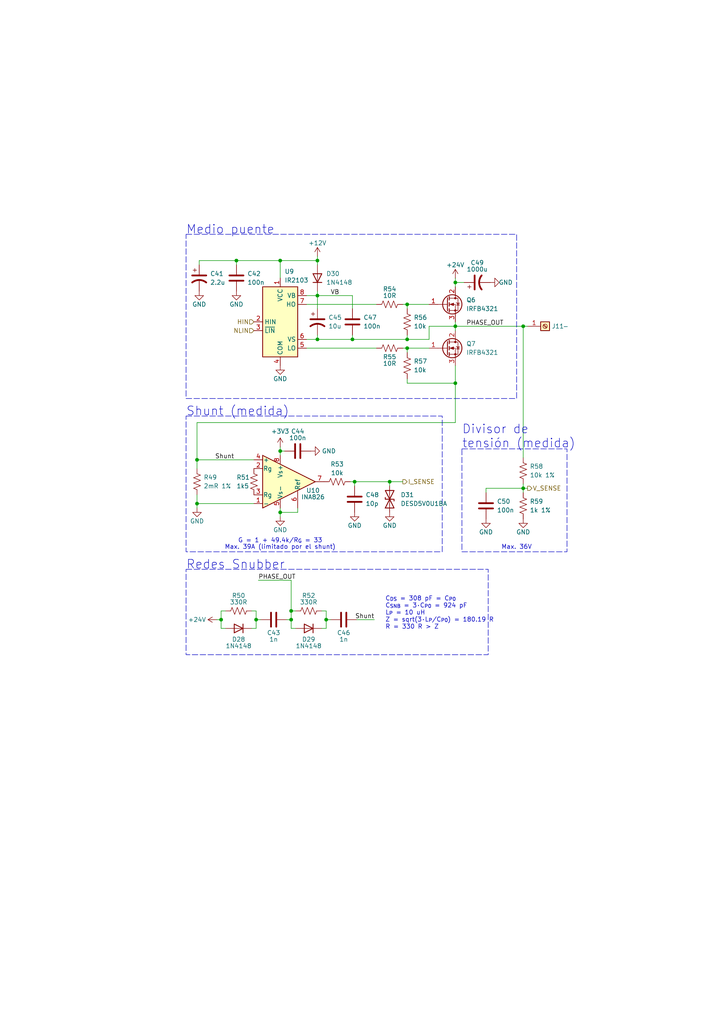
<source format=kicad_sch>
(kicad_sch (version 20250114) (generator "eeschema") (generator_version "9.0")
  (paper "A4" portrait)
  (title_block (title "Medio Puente") (date "2025-05-18") (rev "v1.0") (company "Adrián Teixeira de Uña") (comment 1 "https://github.com/AdriTeixeHax"))
  (lib_symbols
    (symbol "Amplifier_Instrumentation:INA849D" (pin_names (offset 0.127))
      (property "Reference" "U12" (at 9.525 -2.54 0))
      (property "Value" "INA826" (at 9.525 -4.445 0))
      (symbol "INA849D_0_1"
        (polyline (pts (xy -5.08 7.62) (xy -5.08 -7.62) (xy 10.16 0) (xy -5.08 7.62)) (stroke (width 0.254)) (fill (type background)))
      )
      (symbol "INA849D_1_1"
        (pin input line (at -7.62 6.35 0) (length 2.54) (name "+") (number "4"))
        (pin passive line (at -7.62 3.81 0) (length 2.54) (name "Rg") (number "2"))
        (pin passive line (at -7.62 -3.81 0) (length 2.54) (name "Rg") (number "3"))
        (pin input line (at -7.62 -6.35 0) (length 2.54) (name "-") (number "1"))
        (pin power_in line (at 0 7.62 270) (length 2.54) (name "Vs+") (number "8"))
        (pin power_in line (at 0 -7.62 90) (length 2.54) (name "Vs-") (number "5"))
        (pin passive line (at 5.08 -7.62 90) (length 5.08) (name "Ref") (number "6"))
        (pin output line (at 12.7 0 180) (length 2.54) (name "~") (number "7"))
      )
    )
    (symbol "Connector:Screw_Terminal_01x01" (pin_names (offset 1.016) (hide yes))
      (property "Reference" "J" (at 0 2.54 0))
      (property "Value" "Screw_Terminal_01x01" (at 0 -2.54 0))
      (symbol "Screw_Terminal_01x01_1_1"
        (rectangle (start -1.27 1.27) (end 1.27 -1.27) (stroke (width 0.254)) (fill (type background)))
        (polyline (pts (xy -0.5334 0.3302) (xy 0.3302 -0.508)) (stroke (width 0.1524)))
        (polyline (pts (xy -0.3556 0.508) (xy 0.508 -0.3302)) (stroke (width 0.1524)))
        (circle (center 0 0) (radius 0.635) (stroke (width 0.1524)))
        (pin passive line (at -5.08 0 0) (length 3.81) (name "Pin_1") (number "1"))
      )
    )
    (symbol "Device:C" (pin_numbers (hide yes)) (pin_names (offset 0.254))
      (property "Reference" "C" (at 0.635 2.54 0))
      (property "Value" "C" (at 0.635 -2.54 0))
      (symbol "C_0_1"
        (polyline (pts (xy -2.032 0.762) (xy 2.032 0.762)) (stroke (width 0.508)))
        (polyline (pts (xy -2.032 -0.762) (xy 2.032 -0.762)) (stroke (width 0.508)))
      )
      (symbol "C_1_1"
        (pin passive line (at 0 3.81 270) (length 2.794) (name "~") (number "1"))
        (pin passive line (at 0 -3.81 90) (length 2.794) (name "~") (number "2"))
      )
    )
    (symbol "Device:C_Polarized_US" (pin_numbers (hide yes)) (pin_names (offset 0.254) (hide yes))
      (property "Reference" "C" (at 0.635 2.54 0))
      (property "Value" "C_Polarized_US" (at 0.635 -2.54 0))
      (symbol "C_Polarized_US_0_1"
        (polyline (pts (xy -2.032 0.762) (xy 2.032 0.762)) (stroke (width 0.508)))
        (polyline (pts (xy -1.778 2.286) (xy -0.762 2.286)))
        (polyline (pts (xy -1.27 1.778) (xy -1.27 2.794)))
        (arc (start -2.032 -1.27) (mid 0 -0.5572) (end 2.032 -1.27) (stroke (width 0.508)))
      )
      (symbol "C_Polarized_US_1_1"
        (pin passive line (at 0 3.81 270) (length 2.794) (name "~") (number "1"))
        (pin passive line (at 0 -3.81 90) (length 3.302) (name "~") (number "2"))
      )
    )
    (symbol "Device:D" (pin_numbers (hide yes)) (pin_names (offset 1.016) (hide yes))
      (property "Reference" "D" (at 0 2.54 0))
      (property "Value" "D" (at 0 -2.54 0))
      (symbol "D_0_1"
        (polyline (pts (xy -1.27 1.27) (xy -1.27 -1.27)) (stroke (width 0.254)))
        (polyline (pts (xy 1.27 1.27) (xy 1.27 -1.27) (xy -1.27 0) (xy 1.27 1.27)) (stroke (width 0.254)))
        (polyline (pts (xy 1.27 0) (xy -1.27 0)))
      )
      (symbol "D_1_1"
        (pin passive line (at -3.81 0 0) (length 2.54) (name "K") (number "1"))
        (pin passive line (at 3.81 0 180) (length 2.54) (name "A") (number "2"))
      )
    )
    (symbol "Device:D_TVS" (pin_numbers (hide yes)) (pin_names (offset 1.016) (hide yes))
      (property "Reference" "D" (at 0 2.54 0))
      (property "Value" "D_TVS" (at 0 -2.54 0))
      (symbol "D_TVS_0_1"
        (polyline (pts (xy -2.54 1.27) (xy -2.54 -1.27) (xy 2.54 1.27) (xy 2.54 -1.27) (xy -2.54 1.27)) (stroke (width 0.254)))
        (polyline (pts (xy 0.508 1.27) (xy 0 1.27) (xy 0 -1.27) (xy -0.508 -1.27)) (stroke (width 0.254)))
        (polyline (pts (xy 1.27 0) (xy -1.27 0)))
      )
      (symbol "D_TVS_1_1"
        (pin passive line (at -3.81 0 0) (length 2.54) (name "A1") (number "1"))
        (pin passive line (at 3.81 0 180) (length 2.54) (name "A2") (number "2"))
      )
    )
    (symbol "Device:Q_NMOS_GDS" (pin_names (offset 0) (hide yes))
      (property "Reference" "Q" (at 5.08 1.27 0))
      (property "Value" "Q_NMOS_GDS" (at 5.08 -1.27 0))
      (symbol "Q_NMOS_GDS_0_1"
        (polyline (pts (xy 0.254 1.905) (xy 0.254 -1.905)) (stroke (width 0.254)))
        (polyline (pts (xy 0.254 0) (xy -2.54 0)))
        (polyline (pts (xy 0.762 2.286) (xy 0.762 1.27)) (stroke (width 0.254)))
        (polyline (pts (xy 0.762 0.508) (xy 0.762 -0.508)) (stroke (width 0.254)))
        (polyline (pts (xy 0.762 -1.27) (xy 0.762 -2.286)) (stroke (width 0.254)))
        (polyline (pts (xy 0.762 -1.778) (xy 3.302 -1.778) (xy 3.302 1.778) (xy 0.762 1.778)))
        (polyline (pts (xy 1.016 0) (xy 2.032 0.381) (xy 2.032 -0.381) (xy 1.016 0)) (fill (type outline)))
        (circle (center 1.651 0) (radius 2.794) (stroke (width 0.254)))
        (polyline (pts (xy 2.54 2.54) (xy 2.54 1.778)))
        (circle (center 2.54 1.778) (radius 0.254) (fill (type outline)))
        (circle (center 2.54 -1.778) (radius 0.254) (fill (type outline)))
        (polyline (pts (xy 2.54 -2.54) (xy 2.54 0) (xy 0.762 0)))
        (polyline (pts (xy 2.794 0.508) (xy 2.921 0.381) (xy 3.683 0.381) (xy 3.81 0.254)))
        (polyline (pts (xy 3.302 0.381) (xy 2.921 -0.254) (xy 3.683 -0.254) (xy 3.302 0.381)))
      )
      (symbol "Q_NMOS_GDS_1_1"
        (pin input line (at -5.08 0 0) (length 2.54) (name "G") (number "1"))
        (pin passive line (at 2.54 5.08 270) (length 2.54) (name "D") (number "2"))
        (pin passive line (at 2.54 -5.08 90) (length 2.54) (name "S") (number "3"))
      )
    )
    (symbol "Device:R_US" (pin_numbers (hide yes)) (pin_names (offset 0))
      (property "Reference" "R" (at 2.54 0 90))
      (property "Value" "R_US" (at -2.54 0 90))
      (symbol "R_US_0_1"
        (polyline (pts (xy 0 2.286) (xy 0 2.54)))
        (polyline (pts (xy 0 2.286) (xy 1.016 1.905) (xy 0 1.524) (xy -1.016 1.143) (xy 0 0.762)))
        (polyline (pts (xy 0 0.762) (xy 1.016 0.381) (xy 0 0) (xy -1.016 -0.381) (xy 0 -0.762)))
        (polyline (pts (xy 0 -0.762) (xy 1.016 -1.143) (xy 0 -1.524) (xy -1.016 -1.905) (xy 0 -2.286)))
        (polyline (pts (xy 0 -2.286) (xy 0 -2.54)))
      )
      (symbol "R_US_1_1"
        (pin passive line (at 0 3.81 270) (length 1.27) (name "~") (number "1"))
        (pin passive line (at 0 -3.81 90) (length 1.27) (name "~") (number "2"))
      )
    )
    (symbol "Driver_FET:IR2103"
      (property "Reference" "U" (at 1.27 13.335 0))
      (property "Value" "IR2103" (at 1.27 11.43 0))
      (symbol "IR2103_0_1"
        (rectangle (start -5.08 -10.16) (end 5.08 10.16) (stroke (width 0.254)) (fill (type background)))
      )
      (symbol "IR2103_1_1"
        (pin input line (at -7.62 0 0) (length 2.54) (name "HIN") (number "2"))
        (pin input line (at -7.62 -2.54 0) (length 2.54) (name "~{LIN}") (number "3"))
        (pin power_in line (at 0 12.7 270) (length 2.54) (name "VCC") (number "1"))
        (pin power_in line (at 0 -12.7 90) (length 2.54) (name "COM") (number "4"))
        (pin passive line (at 7.62 7.62 180) (length 2.54) (name "VB") (number "8"))
        (pin output line (at 7.62 5.08 180) (length 2.54) (name "HO") (number "7"))
        (pin passive line (at 7.62 -5.08 180) (length 2.54) (name "VS") (number "6"))
        (pin output line (at 7.62 -7.62 180) (length 2.54) (name "LO") (number "5"))
      )
    )
    (symbol "power:+12V" (power) (pin_numbers (hide yes)) (pin_names (offset 0) (hide yes))
      (property "Value" "+12V" (at 0 3.556 0))
      (symbol "+12V_0_1"
        (polyline (pts (xy -0.762 1.27) (xy 0 2.54)))
        (polyline (pts (xy 0 2.54) (xy 0.762 1.27)))
        (polyline (pts (xy 0 0) (xy 0 2.54)))
      )
      (symbol "+12V_1_1"
        (pin power_in line (at 0 0 90) (length 0) (name "~") (number "1"))
      )
    )
    (symbol "power:+24V" (power) (pin_numbers (hide yes)) (pin_names (offset 0) (hide yes))
      (property "Value" "+24V" (at 0 3.556 0))
      (symbol "+24V_0_1"
        (polyline (pts (xy -0.762 1.27) (xy 0 2.54)))
        (polyline (pts (xy 0 2.54) (xy 0.762 1.27)))
        (polyline (pts (xy 0 0) (xy 0 2.54)))
      )
      (symbol "+24V_1_1"
        (pin power_in line (at 0 0 90) (length 0) (name "~") (number "1"))
      )
    )
    (symbol "power:+3V3" (power) (pin_numbers (hide yes)) (pin_names (offset 0) (hide yes))
      (property "Value" "+3V3" (at 0 3.556 0))
      (symbol "+3V3_0_1"
        (polyline (pts (xy -0.762 1.27) (xy 0 2.54)))
        (polyline (pts (xy 0 2.54) (xy 0.762 1.27)))
        (polyline (pts (xy 0 0) (xy 0 2.54)))
      )
      (symbol "+3V3_1_1"
        (pin power_in line (at 0 0 90) (length 0) (name "~") (number "1"))
      )
    )
    (symbol "power:GND" (power) (pin_names (offset 0))
      (property "Value" "GND" (at 0 -3.81 0))
      (symbol "GND_0_1"
        (polyline (pts (xy 0 0) (xy 0 -1.27) (xy 1.27 -1.27) (xy 0 -2.54) (xy -1.27 -1.27) (xy 0 -1.27)))
      )
      (symbol "GND_1_1"
        (pin power_in line (at 0 0 270) (length 0) (hide yes) (name "GND") (number "1"))
      )
    )
  )
  (rectangle (start 53.975 120.65) (end 128.27 160.02) (stroke (width 0) (type dash)))
  (rectangle (start 53.975 67.945) (end 149.86 115.57) (stroke (width 0) (type dash)))
  (rectangle (start 53.975 165.1) (end 141.605 189.865) (stroke (width 0) (type dash)))
  (rectangle (start 133.985 130.175) (end 164.465 160.02) (stroke (width 0) (type dash)))
  (text "Max. 39A (limitado por el shunt)" (at 81.28 158.75 0) (effects (font (size 1.27 1.27))))
  (text "Medio puente" (at 53.975 66.675 0) (effects (font (size 2.54 2.54)) (justify left)))
  (text "C_{DS} = 308 pF = C_{P0}\nC_{SNB} = 3·C_{P0} = 924 pF\nL_{P} = 10 uH\nZ = sqrt(3·L_{P}/C_{P0}) = 180.19 R\nR = 330 R > Z" (at 111.76 177.8 0) (effects (font (size 1.27 1.27)) (justify left)))
  (text "Divisor de\ntensión (medida)" (at 133.985 130.175 0) (effects (font (size 2.54 2.54)) (justify left bottom)))
  (text "Max. 36V" (at 149.86 158.75 0) (effects (font (size 1.27 1.27))))
  (text "Redes Snubber" (at 53.975 163.83 0) (effects (font (size 2.54 2.54)) (justify left)))
  (text "Shunt (medida)" (at 53.975 119.38 0) (effects (font (size 2.54 2.54)) (justify left)))
  (text "G = 1 + 49.4k/R_{G} = 33" (at 81.28 156.845 0) (effects (font (size 1.27 1.27))))
  (junction (at 151.765 141.605))
  (junction (at 57.15 146.05))
  (junction (at 84.455 177.165))
  (junction (at 74.295 179.705))
  (junction (at 132.08 94.615))
  (junction (at 151.765 94.615))
  (junction (at 102.235 98.425))
  (junction (at 102.87 139.7))
  (junction (at 68.58 75.565))
  (junction (at 118.11 88.265))
  (junction (at 113.03 139.7))
  (junction (at 118.11 98.425))
  (junction (at 92.075 98.425))
  (junction (at 132.08 111.125))
  (junction (at 64.135 179.705))
  (junction (at 94.615 179.705))
  (junction (at 81.28 75.565))
  (junction (at 84.455 179.705))
  (junction (at 92.075 75.565))
  (junction (at 92.075 85.725))
  (junction (at 132.08 81.915))
  (junction (at 57.15 133.35))
  (junction (at 81.28 148.59))
  (junction (at 81.28 130.81))
  (junction (at 118.11 100.965))
  (wire (pts (xy 132.08 122.555) (xy 132.08 111.125)))
  (wire (pts (xy 151.765 141.605) (xy 153.035 141.605)))
  (wire (pts (xy 151.765 141.605) (xy 140.97 141.605)))
  (wire (pts (xy 118.11 100.965) (xy 118.11 102.235)))
  (wire (pts (xy 81.28 129.54) (xy 81.28 130.81)))
  (wire (pts (xy 118.11 88.265) (xy 118.11 89.535)))
  (wire (pts (xy 94.615 179.705) (xy 95.885 179.705)))
  (wire (pts (xy 62.865 179.705) (xy 64.135 179.705)))
  (wire (pts (xy 132.08 80.645) (xy 132.08 81.915)))
  (wire (pts (xy 102.235 98.425) (xy 118.11 98.425)))
  (wire (pts (xy 74.295 179.705) (xy 75.565 179.705)))
  (wire (pts (xy 64.135 182.245) (xy 65.405 182.245)))
  (wire (pts (xy 81.28 148.59) (xy 81.28 149.86)))
  (wire (pts (xy 118.11 109.855) (xy 118.11 111.125)))
  (wire (pts (xy 118.11 97.155) (xy 118.11 98.425)))
  (wire (pts (xy 94.615 177.165) (xy 94.615 179.705)))
  (wire (pts (xy 94.615 177.165) (xy 93.345 177.165)))
  (wire (pts (xy 94.615 179.705) (xy 94.615 182.245)))
  (wire (pts (xy 132.08 94.615) (xy 124.46 94.615)))
  (wire (pts (xy 88.9 100.965) (xy 109.22 100.965)))
  (wire (pts (xy 81.28 75.565) (xy 68.58 75.565)))
  (wire (pts (xy 118.11 88.265) (xy 124.46 88.265)))
  (wire (pts (xy 86.36 148.59) (xy 81.28 148.59)))
  (wire (pts (xy 92.075 89.535) (xy 92.075 85.725)))
  (wire (pts (xy 102.235 97.155) (xy 102.235 98.425)))
  (wire (pts (xy 88.9 85.725) (xy 92.075 85.725)))
  (wire (pts (xy 92.075 98.425) (xy 92.075 97.155)))
  (wire (pts (xy 151.765 140.335) (xy 151.765 141.605)))
  (wire (pts (xy 102.87 139.7) (xy 102.87 140.97)))
  (wire (pts (xy 88.9 98.425) (xy 92.075 98.425)))
  (wire (pts (xy 64.135 177.165) (xy 64.135 179.705)))
  (wire (pts (xy 57.15 133.35) (xy 57.15 122.555)))
  (wire (pts (xy 74.295 177.165) (xy 74.295 179.705)))
  (wire (pts (xy 65.405 177.165) (xy 64.135 177.165)))
  (wire (pts (xy 81.28 75.565) (xy 81.28 80.645)))
  (wire (pts (xy 92.075 75.565) (xy 81.28 75.565)))
  (wire (pts (xy 84.455 168.275) (xy 84.455 177.165)))
  (wire (pts (xy 92.075 74.295) (xy 92.075 75.565)))
  (wire (pts (xy 84.455 177.165) (xy 84.455 179.705)))
  (wire (pts (xy 124.46 94.615) (xy 124.46 98.425)))
  (wire (pts (xy 84.455 179.705) (xy 84.455 182.245)))
  (wire (pts (xy 151.765 141.605) (xy 151.765 142.875)))
  (wire (pts (xy 92.075 98.425) (xy 102.235 98.425)))
  (wire (pts (xy 102.87 139.7) (xy 113.03 139.7)))
  (wire (pts (xy 113.03 139.7) (xy 116.84 139.7)))
  (wire (pts (xy 86.36 147.32) (xy 86.36 148.59)))
  (wire (pts (xy 68.58 75.565) (xy 68.58 76.835)))
  (wire (pts (xy 82.55 130.81) (xy 81.28 130.81)))
  (wire (pts (xy 118.11 98.425) (xy 124.46 98.425)))
  (wire (pts (xy 151.765 94.615) (xy 153.035 94.615)))
  (wire (pts (xy 73.025 177.165) (xy 74.295 177.165)))
  (wire (pts (xy 132.08 81.915) (xy 132.08 83.185)))
  (wire (pts (xy 132.08 94.615) (xy 151.765 94.615)))
  (wire (pts (xy 92.075 85.725) (xy 102.235 85.725)))
  (wire (pts (xy 57.785 76.835) (xy 57.785 75.565)))
  (wire (pts (xy 140.97 141.605) (xy 140.97 142.875)))
  (wire (pts (xy 118.11 111.125) (xy 132.08 111.125)))
  (wire (pts (xy 84.455 177.165) (xy 85.725 177.165)))
  (wire (pts (xy 74.295 179.705) (xy 74.295 182.245)))
  (wire (pts (xy 57.15 147.32) (xy 57.15 146.05)))
  (wire (pts (xy 57.15 133.35) (xy 57.15 135.89)))
  (wire (pts (xy 102.235 89.535) (xy 102.235 85.725)))
  (wire (pts (xy 118.11 100.965) (xy 124.46 100.965)))
  (wire (pts (xy 116.84 100.965) (xy 118.11 100.965)))
  (wire (pts (xy 93.345 182.245) (xy 94.615 182.245)))
  (wire (pts (xy 132.08 81.915) (xy 134.62 81.915)))
  (wire (pts (xy 83.185 179.705) (xy 84.455 179.705)))
  (wire (pts (xy 81.28 130.81) (xy 81.28 132.08)))
  (wire (pts (xy 57.15 146.05) (xy 73.66 146.05)))
  (wire (pts (xy 73.025 182.245) (xy 74.295 182.245)))
  (wire (pts (xy 88.9 88.265) (xy 109.22 88.265)))
  (wire (pts (xy 57.15 122.555) (xy 132.08 122.555)))
  (wire (pts (xy 64.135 179.705) (xy 64.135 182.245)))
  (wire (pts (xy 92.075 76.835) (xy 92.075 75.565)))
  (wire (pts (xy 113.03 139.7) (xy 113.03 140.97)))
  (wire (pts (xy 57.785 75.565) (xy 68.58 75.565)))
  (wire (pts (xy 84.455 168.275) (xy 74.93 168.275)))
  (wire (pts (xy 132.08 94.615) (xy 132.08 95.885)))
  (wire (pts (xy 84.455 182.245) (xy 85.725 182.245)))
  (wire (pts (xy 132.08 111.125) (xy 132.08 106.045)))
  (wire (pts (xy 132.08 93.345) (xy 132.08 94.615)))
  (wire (pts (xy 92.075 84.455) (xy 92.075 85.725)))
  (wire (pts (xy 116.84 88.265) (xy 118.11 88.265)))
  (wire (pts (xy 101.6 139.7) (xy 102.87 139.7)))
  (wire (pts (xy 57.15 133.35) (xy 73.66 133.35)))
  (wire (pts (xy 81.28 147.32) (xy 81.28 148.59)))
  (wire (pts (xy 103.505 179.705) (xy 108.585 179.705)))
  (wire (pts (xy 57.15 143.51) (xy 57.15 146.05)))
  (wire (pts (xy 151.765 94.615) (xy 151.765 132.715)))
  (label "PHASE_OUT" (at 74.93 168.275 0))
  (label "Shunt" (at 67.945 133.35 180))
  (label "VB" (at 95.885 85.725 0))
  (label "PHASE_OUT" (at 135.255 94.615 0))
  (label "Shunt" (at 108.585 179.705 180))
  (hierarchical_label "V_SENSE" (shape output) (at 153.035 141.605 0))
  (hierarchical_label "I_SENSE" (shape output) (at 116.84 139.7 0))
  (hierarchical_label "NLIN" (shape input) (at 73.66 95.885 180))
  (hierarchical_label "HIN" (shape input) (at 73.66 93.345 180))
  (symbol (lib_id "power:GND") (at 68.58 84.455 0) (unit 1)
    (property "Reference" "#PWR089" (effects (hide yes)))
    (property "Value" "GND" (at 68.58 88.265 0))
    (instances (project "ESC-TFG-KiCad" (path "" (reference "#PWR0119") (unit 1)) (path "" (reference "#PWR089") (unit 1)) (path "" (reference "#PWR0104") (unit 1))))
  )
  (symbol (lib_id "power:GND") (at 140.97 150.495 0) (mirror y) (unit 1)
    (property "Reference" "#PWR098" (effects (hide yes)))
    (property "Value" "GND" (at 140.97 154.305 0))
    (instances (project "ESC-TFG-KiCad" (path "" (reference "#PWR0128") (unit 1)) (path "" (reference "#PWR098") (unit 1)) (path "" (reference "#PWR0113") (unit 1))))
  )
  (symbol (lib_id "Device:C_Polarized_US") (at 57.785 80.645 0) (unit 1)
    (property "Reference" "C21" (at 60.96 79.375 0) (effects (justify left)))
    (property "Value" "2.2u" (at 60.96 81.915 0) (effects (justify left)))
    (property "Footprint" "Capacitor_SMD:CP_Elec_4x5.4" (effects (hide yes)))
    (property "Datasheet" "https://www.lcsc.com/datasheet/lcsc_datasheet_2410121458_ROQANG-RVT1H2R2M0405_C72493.pdf" (effects (hide yes)))
    (property "Sim.Device" "C" (effects (hide yes)))
    (property "Sim.Pins" "1=+ 2=-" (effects (hide yes)))
    (property "LCSC part" " C72493" (effects (hide yes)))
    (instances (project "ESC-TFG-KiCad" (path "" (reference "C41") (unit 1)) (path "" (reference "C21") (unit 1)) (path "" (reference "C31") (unit 1))))
  )
  (symbol (lib_id "Device:R_US") (at 113.03 100.965 270) (unit 1)
    (property "Reference" "R33" (at 113.03 103.505 90))
    (property "Value" "10R" (at 113.03 105.41 90))
    (property "Footprint" "Resistor_SMD:R_0805_2012Metric" (effects (hide yes)))
    (property "Datasheet" "https://www.lcsc.com/datasheet/lcsc_datasheet_2206021200_VO-SCR0805F10R_C3016584.pdf" (effects (hide yes)))
    (property "LCSC part" "C3016584" (effects (hide yes)))
    (instances (project "ESC-TFG-KiCad" (path "" (reference "R55") (unit 1)) (path "" (reference "R33") (unit 1)) (path "" (reference "R44") (unit 1))))
  )
  (symbol (lib_id "power:+3V3") (at 81.28 129.54 0) (unit 1)
    (property "Reference" "#PWR091" (effects (hide yes)))
    (property "Value" "+3V3" (at 81.28 125.095 0))
    (property "Description" "Power symbol creates a global label with name \"+3V3\"" (effects (hide yes)))
    (instances (project "ESC-TFG-KiCad" (path "" (reference "#PWR0121") (unit 1)) (path "" (reference "#PWR091") (unit 1)) (path "" (reference "#PWR0106") (unit 1))))
  )
  (symbol (lib_id "Amplifier_Instrumentation:INA849D") (at 81.28 139.7 0) (unit 1)
    (property "Reference" "U6" (at 90.805 142.24 0))
    (property "Value" "INA826" (at 90.805 144.145 0))
    (property "Footprint" "Package_SO:SOIC-8_3.9x4.9mm_P1.27mm" (effects (hide yes)))
    (property "Datasheet" "https://www.ti.com/mx/lit/gpn/ina826" (effects (hide yes)))
    (property "LCSC part" " C51631" (effects (hide yes)))
    (instances (project "ESC-TFG-KiCad" (path "" (reference "U10") (unit 1)) (path "" (reference "U6") (unit 1)) (path "" (reference "U8") (unit 1))))
  )
  (symbol (lib_id "power:+24V") (at 132.08 80.645 0) (unit 1)
    (property "Reference" "#PWR097" (effects (hide yes)))
    (property "Value" "+24V" (at 132.08 76.835 0))
    (property "Description" "Power symbol creates a global label with name \"+24V\"" (effects (hide yes)))
    (instances (project "ESC-TFG-KiCad" (path "" (reference "#PWR0127") (unit 1)) (path "" (reference "#PWR097") (unit 1)) (path "" (reference "#PWR0112") (unit 1))))
  )
  (symbol (lib_id "Device:Q_NMOS_GDS") (at 129.54 88.265 0) (unit 1)
    (property "Reference" "Q2" (at 135.255 86.995 0) (effects (justify left)))
    (property "Value" "IRFB4321" (at 135.255 89.535 0) (effects (justify left)))
    (property "Footprint" "Package_TO_SOT_THT:TO-220-3_Vertical" (effects (hide yes)))
    (property "Datasheet" "https://www.infineon.com/dgdl/Infineon-IRFB4321-DataSheet-v01_01-EN.pdf?fileId=5546d462533600a4015356162af41e33" (effects (hide yes)))
    (property "Description" "N-MOSFET transistor, gate/drain/source" (effects (hide yes)))
    (property "LCSC part" " C2656" (effects (hide yes)))
    (instances (project "ESC-TFG-KiCad" (path "" (reference "Q6") (unit 1)) (path "" (reference "Q2") (unit 1)) (path "" (reference "Q4") (unit 1))))
  )
  (symbol (lib_id "Device:C") (at 99.695 179.705 90) (unit 1)
    (property "Reference" "C26" (at 99.695 183.515 90))
    (property "Value" "1n" (at 99.695 185.42 90))
    (property "Footprint" "Capacitor_SMD:C_0603_1608Metric" (effects (hide yes)))
    (property "Datasheet" "https://www.lcsc.com/datasheet/lcsc_datasheet_2304140030_YAGEO-CC0603KRX7R9BB152_C96090.pdf" (effects (hide yes)))
    (property "LCSC part" " C96090" (effects (hide yes)))
    (instances (project "ESC-TFG-KiCad" (path "" (reference "C46") (unit 1)) (path "" (reference "C26") (unit 1)) (path "" (reference "C36") (unit 1))))
  )
  (symbol (lib_id "Device:D") (at 92.075 80.645 90) (unit 1)
    (property "Reference" "D22" (at 94.615 79.3749 90) (effects (justify right)))
    (property "Value" "1N4148" (at 94.615 81.9149 90) (effects (justify right)))
    (property "Footprint" "Diode_SMD:D_SOD-123" (effects (hide yes)))
    (property "Datasheet" "https://www.lcsc.com/datasheet/lcsc_datasheet_2412251151_Diodes-Incorporated-1N4148W-7-F_C83528.pdf" (effects (hide yes)))
    (property "Sim.Device" "SUBCKT" (effects (hide yes)))
    (property "Sim.Pins" "1=1 2=2" (effects (hide yes)))
    (property "Sim.Library" "D:\\dev\\RTSpeed\\simulation\\models\\1N4148.lib" (effects (hide yes)))
    (property "Sim.Name" "1N4148" (effects (hide yes)))
    (property "LCSC part" " C83528" (effects (hide yes)))
    (instances (project "ESC-TFG-KiCad" (path "" (reference "D30") (unit 1)) (path "" (reference "D22") (unit 1)) (path "" (reference "D26") (unit 1))))
  )
  (symbol (lib_id "power:GND") (at 57.785 84.455 0) (unit 1)
    (property "Reference" "#PWR087" (effects (hide yes)))
    (property "Value" "GND" (at 57.785 88.265 0))
    (instances (project "ESC-TFG-KiCad" (path "" (reference "#PWR0117") (unit 1)) (path "" (reference "#PWR087") (unit 1)) (path "" (reference "#PWR0102") (unit 1))))
  )
  (symbol (lib_id "Device:Q_NMOS_GDS") (at 129.54 100.965 0) (unit 1)
    (property "Reference" "Q3" (at 135.255 99.695 0) (effects (justify left)))
    (property "Value" "IRFB4321" (at 135.255 102.235 0) (effects (justify left)))
    (property "Footprint" "Package_TO_SOT_THT:TO-220-3_Vertical" (effects (hide yes)))
    (property "Datasheet" "https://www.infineon.com/dgdl/Infineon-IRFB4321-DataSheet-v01_01-EN.pdf?fileId=5546d462533600a4015356162af41e33" (effects (hide yes)))
    (property "Description" "N-MOSFET transistor, gate/drain/source" (effects (hide yes)))
    (property "LCSC part" " C2656" (effects (hide yes)))
    (instances (project "ESC-TFG-KiCad" (path "" (reference "Q7") (unit 1)) (path "" (reference "Q3") (unit 1)) (path "" (reference "Q5") (unit 1))))
  )
  (symbol (lib_id "Device:R_US") (at 118.11 93.345 180) (unit 1)
    (property "Reference" "R34" (at 120.015 92.075 0) (effects (justify right)))
    (property "Value" "10k" (at 120.015 94.615 0) (effects (justify right)))
    (property "Footprint" "Resistor_SMD:R_0603_1608Metric" (effects (hide yes)))
    (property "Datasheet" "https://www.lcsc.com/datasheet/lcsc_datasheet_2410121258_LIZ-Elec-CR0603FA1002G_C126901.pdf" (effects (hide yes)))
    (property "LCSC part" " C126901" (effects (hide yes)))
    (instances (project "ESC-TFG-KiCad" (path "" (reference "R56") (unit 1)) (path "" (reference "R34") (unit 1)) (path "" (reference "R45") (unit 1))))
  )
  (symbol (lib_id "power:GND") (at 57.15 147.32 0) (unit 1)
    (property "Reference" "#PWR086" (effects (hide yes)))
    (property "Value" "GND" (at 57.15 151.13 0))
    (instances (project "ESC-TFG-KiCad" (path "" (reference "#PWR0116") (unit 1)) (path "" (reference "#PWR086") (unit 1)) (path "" (reference "#PWR0101") (unit 1))))
  )
  (symbol (lib_id "Device:R_US") (at 151.765 146.685 180) (unit 1)
    (property "Reference" "R37" (at 153.67 145.415 0) (effects (justify right)))
    (property "Value" "1k 1%" (at 153.67 147.955 0) (effects (justify right)))
    (property "Footprint" "Resistor_SMD:R_0603_1608Metric" (effects (hide yes)))
    (property "Datasheet" "https://www.lcsc.com/datasheet/lcsc_datasheet_2304140030_RALEC-RTT031001FTP_C103198.pdf" (effects (hide yes)))
    (property "Sim.Device" "R" (effects (hide yes)))
    (property "Sim.Pins" "1=+ 2=-" (effects (hide yes)))
    (property "LCSC part" " C103198" (effects (hide yes)))
    (instances (project "ESC-TFG-KiCad" (path "" (reference "R59") (unit 1)) (path "" (reference "R37") (unit 1)) (path "" (reference "R48") (unit 1))))
  )
  (symbol (lib_id "Device:R_US") (at 113.03 88.265 90) (unit 1)
    (property "Reference" "R32" (at 113.03 83.82 90))
    (property "Value" "10R" (at 113.03 85.725 90))
    (property "Footprint" "Resistor_SMD:R_0805_2012Metric" (effects (hide yes)))
    (property "Datasheet" "https://www.lcsc.com/datasheet/lcsc_datasheet_2206021200_VO-SCR0805F10R_C3016584.pdf" (effects (hide yes)))
    (property "Sim.Device" "R" (effects (hide yes)))
    (property "Sim.Pins" "1=+ 2=-" (effects (hide yes)))
    (property "LCSC part" "C3016584" (effects (hide yes)))
    (instances (project "ESC-TFG-KiCad" (path "" (reference "R54") (unit 1)) (path "" (reference "R32") (unit 1)) (path "" (reference "R43") (unit 1))))
  )
  (symbol (lib_id "Device:C") (at 68.58 80.645 0) (unit 1)
    (property "Reference" "C22" (at 71.755 79.375 0) (effects (justify left)))
    (property "Value" "100n" (at 71.755 81.915 0) (effects (justify left)))
    (property "Footprint" "Capacitor_SMD:C_0603_1608Metric" (effects (hide yes)))
    (property "Datasheet" "https://www.lcsc.com/datasheet/lcsc_datasheet_2208181800_FOJAN-FCC0603B104K500CT_C5137636.pdf" (effects (hide yes)))
    (property "LCSC part" " C5137636" (effects (hide yes)))
    (instances (project "ESC-TFG-KiCad" (path "" (reference "C42") (unit 1)) (path "" (reference "C22") (unit 1)) (path "" (reference "C32") (unit 1))))
  )
  (symbol (lib_id "Device:R_US") (at 57.15 139.7 0) (unit 1)
    (property "Reference" "R27" (at 59.055 138.43 0) (effects (justify left)))
    (property "Value" "2mR 1%" (at 59.055 140.97 0) (effects (justify left)))
    (property "Footprint" "Resistor_SMD:R_2512_6332Metric" (effects (hide yes)))
    (property "Datasheet" "https://lcsc.com/datasheet/lcsc_datasheet_2204121445_Milliohm-HoLLR2512-3W-2mR-1-_C2994640.pdf" (effects (hide yes)))
    (property "Description" "HoLLR2512-3W-2mR-1%" (effects (hide yes)))
    (property "LCSC part" "C2994640" (effects (hide yes)))
    (instances (project "ESC-TFG-KiCad" (path "" (reference "R49") (unit 1)) (path "" (reference "R27") (unit 1)) (path "" (reference "R38") (unit 1))))
  )
  (symbol (lib_id "Device:D") (at 89.535 182.245 180) (unit 1)
    (property "Reference" "D21" (at 89.535 185.42 0))
    (property "Value" "1N4148" (at 89.535 187.325 0))
    (property "Footprint" "Diode_SMD:D_SOD-123" (effects (hide yes)))
    (property "Datasheet" "https://www.lcsc.com/datasheet/lcsc_datasheet_2412251151_Diodes-Incorporated-1N4148W-7-F_C83528.pdf" (effects (hide yes)))
    (property "Sim.Device" "SUBCKT" (effects (hide yes)))
    (property "Sim.Pins" "1=1 2=2" (effects (hide yes)))
    (property "Sim.Library" "D:\\dev\\RTSpeed\\simulation\\models\\1N4148.lib" (effects (hide yes)))
    (property "Sim.Name" "1N4148" (effects (hide yes)))
    (property "LCSC part" " C83528" (effects (hide yes)))
    (instances (project "ESC-TFG-KiCad" (path "" (reference "D29") (unit 1)) (path "" (reference "D21") (unit 1)) (path "" (reference "D25") (unit 1))))
  )
  (symbol (lib_id "Device:C_Polarized_US") (at 138.43 81.915 90) (unit 1)
    (property "Reference" "C29" (at 138.43 76.2 90))
    (property "Value" "1000u" (at 138.43 78.105 90))
    (property "Footprint" "Capacitor_THT:CP_Radial_D12.5mm_P5.00mm" (effects (hide yes)))
    (property "Datasheet" "https://www.lcsc.com/datasheet/lcsc_datasheet_2409272301_Rubycon-35YXJ1000M12-5X20_C88743.pdf" (effects (hide yes)))
    (property "Sim.Device" "C" (effects (hide yes)))
    (property "Sim.Pins" "1=+ 2=-" (effects (hide yes)))
    (property "LCSC part" " C88743" (effects (hide yes)))
    (instances (project "ESC-TFG-KiCad" (path "" (reference "C49") (unit 1)) (path "" (reference "C29") (unit 1)) (path "" (reference "C39") (unit 1))))
  )
  (symbol (lib_id "power:GND") (at 81.28 106.045 0) (unit 1)
    (property "Reference" "#PWR090" (effects (hide yes)))
    (property "Value" "GND" (at 81.28 109.855 0))
    (instances (project "ESC-TFG-KiCad" (path "" (reference "#PWR0120") (unit 1)) (path "" (reference "#PWR090") (unit 1)) (path "" (reference "#PWR0105") (unit 1))))
  )
  (symbol (lib_id "power:GND") (at 113.03 148.59 0) (unit 1)
    (property "Reference" "#PWR096" (effects (hide yes)))
    (property "Value" "GND" (at 113.03 152.4 0))
    (instances (project "ESC-TFG-KiCad" (path "" (reference "#PWR0126") (unit 1)) (path "" (reference "#PWR096") (unit 1)) (path "" (reference "#PWR0111") (unit 1))))
  )
  (symbol (lib_id "Device:R_US") (at 97.79 139.7 90) (unit 1)
    (property "Reference" "R31" (at 97.79 134.62 90))
    (property "Value" "10k" (at 97.79 137.16 90))
    (property "Footprint" "Resistor_SMD:R_0603_1608Metric" (effects (hide yes)))
    (property "Datasheet" "https://www.lcsc.com/datasheet/lcsc_datasheet_2410121258_LIZ-Elec-CR0603FA1002G_C126901.pdf" (effects (hide yes)))
    (property "Sim.Device" "R" (effects (hide yes)))
    (property "Sim.Pins" "1=+ 2=-" (effects (hide yes)))
    (property "LCSC part" " C126901" (effects (hide yes)))
    (instances (project "ESC-TFG-KiCad" (path "" (reference "R53") (unit 1)) (path "" (reference "R31") (unit 1)) (path "" (reference "R42") (unit 1))))
  )
  (symbol (lib_id "power:GND") (at 102.87 148.59 0) (unit 1)
    (property "Reference" "#PWR095" (effects (hide yes)))
    (property "Value" "GND" (at 102.87 152.4 0))
    (instances (project "ESC-TFG-KiCad" (path "" (reference "#PWR0125") (unit 1)) (path "" (reference "#PWR095") (unit 1)) (path "" (reference "#PWR0110") (unit 1))))
  )
  (symbol (lib_id "power:GND") (at 90.17 130.81 90) (unit 1)
    (property "Reference" "#PWR093" (effects (hide yes)))
    (property "Value" "GND" (at 93.345 130.81 90) (effects (justify right)))
    (instances (project "ESC-TFG-KiCad" (path "" (reference "#PWR0123") (unit 1)) (path "" (reference "#PWR093") (unit 1)) (path "" (reference "#PWR0108") (unit 1))))
  )
  (symbol (lib_id "Device:R_US") (at 73.66 139.7 0) (unit 1)
    (property "Reference" "R29" (at 68.58 138.43 0) (effects (justify left)))
    (property "Value" "1k5" (at 68.58 140.97 0) (effects (justify left)))
    (property "Footprint" "Resistor_SMD:R_0603_1608Metric" (effects (hide yes)))
    (property "Datasheet" "https://www.lcsc.com/datasheet/lcsc_datasheet_2206021245_VO-SCR0603F1K5_C3016293.pdf" (effects (hide yes)))
    (property "Description" "Resistor, US symbol" (effects (hide yes)))
    (property "LCSC part" " C3016293" (effects (hide yes)))
    (instances (project "ESC-TFG-KiCad" (path "" (reference "R51") (unit 1)) (path "" (reference "R29") (unit 1)) (path "" (reference "R40") (unit 1))))
  )
  (symbol (lib_id "Device:C") (at 86.36 130.81 90) (unit 1)
    (property "Reference" "C24" (at 86.36 125.095 90))
    (property "Value" "100n" (at 86.36 127 90))
    (property "Footprint" "Capacitor_SMD:C_0603_1608Metric" (effects (hide yes)))
    (property "Datasheet" "https://www.lcsc.com/datasheet/lcsc_datasheet_2208181800_FOJAN-FCC0603B104K500CT_C5137636.pdf" (effects (hide yes)))
    (property "LCSC part" " C5137636" (effects (hide yes)))
    (instances (project "ESC-TFG-KiCad" (path "" (reference "C44") (unit 1)) (path "" (reference "C24") (unit 1)) (path "" (reference "C34") (unit 1))))
  )
  (symbol (lib_id "Device:R_US") (at 151.765 136.525 180) (unit 1)
    (property "Reference" "R36" (at 153.67 135.255 0) (effects (justify right)))
    (property "Value" "10k 1%" (at 153.67 137.795 0) (effects (justify right)))
    (property "Footprint" "Resistor_SMD:R_0603_1608Metric" (effects (hide yes)))
    (property "Datasheet" "https://www.lcsc.com/datasheet/lcsc_datasheet_2410121258_LIZ-Elec-CR0603FA1002G_C126901.pdf" (effects (hide yes)))
    (property "Sim.Device" "R" (effects (hide yes)))
    (property "Sim.Pins" "1=+ 2=-" (effects (hide yes)))
    (property "LCSC part" " C126901" (effects (hide yes)))
    (instances (project "ESC-TFG-KiCad" (path "" (reference "R58") (unit 1)) (path "" (reference "R36") (unit 1)) (path "" (reference "R47") (unit 1))))
  )
  (symbol (lib_id "power:GND") (at 151.765 150.495 0) (mirror y) (unit 1)
    (property "Reference" "#PWR0100" (effects (hide yes)))
    (property "Value" "GND" (at 151.765 154.305 0))
    (instances (project "ESC-TFG-KiCad" (path "" (reference "#PWR0130") (unit 1)) (path "" (reference "#PWR0100") (unit 1)) (path "" (reference "#PWR0115") (unit 1))))
  )
  (symbol (lib_id "Device:R_US") (at 118.11 106.045 180) (unit 1)
    (property "Reference" "R35" (at 120.015 104.775 0) (effects (justify right)))
    (property "Value" "10k" (at 120.015 107.315 0) (effects (justify right)))
    (property "Footprint" "Resistor_SMD:R_0603_1608Metric" (effects (hide yes)))
    (property "Datasheet" "https://www.lcsc.com/datasheet/lcsc_datasheet_2410121258_LIZ-Elec-CR0603FA1002G_C126901.pdf" (effects (hide yes)))
    (property "LCSC part" " C126901" (effects (hide yes)))
    (instances (project "ESC-TFG-KiCad" (path "" (reference "R57") (unit 1)) (path "" (reference "R35") (unit 1)) (path "" (reference "R46") (unit 1))))
  )
  (symbol (lib_id "power:GND") (at 142.24 81.915 90) (unit 1)
    (property "Reference" "#PWR099" (effects (hide yes)))
    (property "Value" "GND" (at 146.685 81.915 90))
    (instances (project "ESC-TFG-KiCad" (path "" (reference "#PWR0129") (unit 1)) (path "" (reference "#PWR099") (unit 1)) (path "" (reference "#PWR0114") (unit 1))))
  )
  (symbol (lib_id "Connector:Screw_Terminal_01x01") (at 158.115 94.615 0) (unit 1)
    (property "Reference" "J9" (at 160.02 94.615 0) (effects (justify left)))
    (property "Value" "-" (at 163.195 94.615 0) (effects (justify left)))
    (property "Footprint" "MountingHole:MountingHole_2.5mm_Pad_TopBottom" (effects (hide yes)))
    (property "Datasheet" "-" (effects (hide yes)))
    (property "LCSC part" "-" (effects (hide yes)))
    (instances (project "ESC-TFG-KiCad" (path "" (reference "J11") (unit 1)) (path "" (reference "J9") (unit 1)) (path "" (reference "J10") (unit 1))))
  )
  (symbol (lib_id "power:GND") (at 81.28 149.86 0) (unit 1)
    (property "Reference" "#PWR092" (effects (hide yes)))
    (property "Value" "GND" (at 81.28 153.67 0))
    (instances (project "ESC-TFG-KiCad" (path "" (reference "#PWR0122") (unit 1)) (path "" (reference "#PWR092") (unit 1)) (path "" (reference "#PWR0107") (unit 1))))
  )
  (symbol (lib_id "Device:R_US") (at 69.215 177.165 270) (unit 1)
    (property "Reference" "R28" (at 69.215 172.72 90))
    (property "Value" "330R" (at 69.215 174.625 90))
    (property "Footprint" "Resistor_SMD:R_0603_1608Metric" (effects (hide yes)))
    (property "Datasheet" "https://www.lcsc.com/datasheet/lcsc_datasheet_2411071710_FOJAN-FRC0603F3300TS_C2933198.pdf" (effects (hide yes)))
    (property "Sim.Device" "R" (effects (hide yes)))
    (property "Sim.Pins" "1=+ 2=-" (effects (hide yes)))
    (property "LCSC part" "C2933198" (effects (hide yes)))
    (instances (project "ESC-TFG-KiCad" (path "" (reference "R50") (unit 1)) (path "" (reference "R28") (unit 1)) (path "" (reference "R39") (unit 1))))
  )
  (symbol (lib_id "Driver_FET:IR2103") (at 81.28 93.345 0) (unit 1)
    (property "Reference" "U5" (at 82.55 78.74 0) (effects (justify left)))
    (property "Value" "IR2103" (at 82.55 81.28 0) (effects (justify left)))
    (property "Footprint" "Package_SO:SOIC-8_3.9x4.9mm_P1.27mm" (effects (hide yes)))
    (property "Datasheet" "https://www.infineon.com/dgdl/ir2103.pdf?fileId=5546d462533600a4015355c7b54b166f" (effects (hide yes)))
    (property "Description" "Half-Bridge Driver, 600V, 210/360mA, PDIP-8/SOIC-8" (effects (hide yes)))
    (property "LCSC part" " C2957" (effects (hide yes)))
    (instances (project "ESC-TFG-KiCad" (path "" (reference "U9") (unit 1)) (path "" (reference "U5") (unit 1)) (path "" (reference "U7") (unit 1))))
  )
  (symbol (lib_id "Device:C") (at 102.235 93.345 0) (unit 1)
    (property "Reference" "C27" (at 105.41 92.075 0) (effects (justify left)))
    (property "Value" "100n" (at 105.41 94.615 0) (effects (justify left)))
    (property "Footprint" "Capacitor_SMD:C_0603_1608Metric" (effects (hide yes)))
    (property "Datasheet" "https://www.lcsc.com/datasheet/lcsc_datasheet_2208181800_FOJAN-FCC0603B104K500CT_C5137636.pdf" (effects (hide yes)))
    (property "LCSC part" " C5137636" (effects (hide yes)))
    (instances (project "ESC-TFG-KiCad" (path "" (reference "C47") (unit 1)) (path "" (reference "C27") (unit 1)) (path "" (reference "C37") (unit 1))))
  )
  (symbol (lib_id "Device:R_US") (at 89.535 177.165 270) (unit 1)
    (property "Reference" "R30" (at 89.535 172.72 90))
    (property "Value" "330R" (at 89.535 174.625 90))
    (property "Footprint" "Resistor_SMD:R_0603_1608Metric" (effects (hide yes)))
    (property "Datasheet" "https://www.lcsc.com/datasheet/lcsc_datasheet_2411071710_FOJAN-FRC0603F3300TS_C2933198.pdf" (effects (hide yes)))
    (property "Sim.Device" "R" (effects (hide yes)))
    (property "Sim.Pins" "1=+ 2=-" (effects (hide yes)))
    (property "LCSC part" "C2933198" (effects (hide yes)))
    (instances (project "ESC-TFG-KiCad" (path "" (reference "R52") (unit 1)) (path "" (reference "R30") (unit 1)) (path "" (reference "R41") (unit 1))))
  )
  (symbol (lib_id "Device:C_Polarized_US") (at 92.075 93.345 0) (unit 1)
    (property "Reference" "C25" (at 95.25 92.075 0) (effects (justify left)))
    (property "Value" "10u" (at 95.25 94.615 0) (effects (justify left)))
    (property "Footprint" "Capacitor_SMD:CP_Elec_4x5.4" (effects (hide yes)))
    (property "Datasheet" "https://www.lcsc.com/datasheet/lcsc_datasheet_2410121458_ROQANG-RVT1E100M0405_C72484.pdf" (effects (hide yes)))
    (property "Sim.Device" "C" (effects (hide yes)))
    (property "Sim.Pins" "1=+ 2=-" (effects (hide yes)))
    (property "LCSC part" "C72484" (effects (hide yes)))
    (instances (project "ESC-TFG-KiCad" (path "" (reference "C45") (unit 1)) (path "" (reference "C25") (unit 1)) (path "" (reference "C35") (unit 1))))
  )
  (symbol (lib_id "Device:D") (at 69.215 182.245 180) (unit 1)
    (property "Reference" "D20" (at 69.215 185.42 0))
    (property "Value" "1N4148" (at 69.215 187.325 0))
    (property "Footprint" "Diode_SMD:D_SOD-123" (effects (hide yes)))
    (property "Datasheet" "https://www.lcsc.com/datasheet/lcsc_datasheet_2412251151_Diodes-Incorporated-1N4148W-7-F_C83528.pdf" (effects (hide yes)))
    (property "Sim.Device" "SUBCKT" (effects (hide yes)))
    (property "Sim.Pins" "1=1 2=2" (effects (hide yes)))
    (property "Sim.Library" "D:\\dev\\RTSpeed\\simulation\\models\\1N4148.lib" (effects (hide yes)))
    (property "Sim.Name" "1N4148" (effects (hide yes)))
    (property "LCSC part" " C83528" (effects (hide yes)))
    (instances (project "ESC-TFG-KiCad" (path "" (reference "D28") (unit 1)) (path "" (reference "D20") (unit 1)) (path "" (reference "D24") (unit 1))))
  )
  (symbol (lib_id "Device:C") (at 79.375 179.705 90) (unit 1)
    (property "Reference" "C23" (at 79.375 183.515 90))
    (property "Value" "1n" (at 79.375 185.42 90))
    (property "Footprint" "Capacitor_SMD:C_0603_1608Metric" (effects (hide yes)))
    (property "Datasheet" "https://www.lcsc.com/datasheet/lcsc_datasheet_2304140030_YAGEO-CC0603KRX7R9BB152_C96090.pdf" (effects (hide yes)))
    (property "LCSC part" " C96090" (effects (hide yes)))
    (instances (project "ESC-TFG-KiCad" (path "" (reference "C43") (unit 1)) (path "" (reference "C23") (unit 1)) (path "" (reference "C33") (unit 1))))
  )
  (symbol (lib_id "Device:C") (at 102.87 144.78 180) (unit 1)
    (property "Reference" "C28" (at 106.045 143.51 0) (effects (justify right)))
    (property "Value" "10p" (at 106.045 146.05 0) (effects (justify right)))
    (property "Footprint" "Capacitor_SMD:C_0603_1608Metric" (effects (hide yes)))
    (property "Datasheet" "https://www.lcsc.com/datasheet/lcsc_datasheet_2410121315_CCTC-TCC0603COG100J500CT_C376764.pdf" (effects (hide yes)))
    (property "LCSC part" "C376764" (effects (hide yes)))
    (instances (project "ESC-TFG-KiCad" (path "" (reference "C48") (unit 1)) (path "" (reference "C28") (unit 1)) (path "" (reference "C38") (unit 1))))
  )
  (symbol (lib_id "power:+24V") (at 62.865 179.705 90) (unit 1)
    (property "Reference" "#PWR088" (effects (hide yes)))
    (property "Value" "+24V" (at 57.15 179.705 90))
    (property "Description" "Power symbol creates a global label with name \"+24V\"" (effects (hide yes)))
    (instances (project "ESC-TFG-KiCad" (path "" (reference "#PWR0118") (unit 1)) (path "" (reference "#PWR088") (unit 1)) (path "" (reference "#PWR0103") (unit 1))))
  )
  (symbol (lib_id "Device:C") (at 140.97 146.685 0) (mirror y) (unit 1)
    (property "Reference" "C30" (at 144.145 145.415 0) (effects (justify right)))
    (property "Value" "100n" (at 144.145 147.955 0) (effects (justify right)))
    (property "Footprint" "Capacitor_SMD:C_0603_1608Metric" (effects (hide yes)))
    (property "Datasheet" "https://www.lcsc.com/datasheet/lcsc_datasheet_2208181800_FOJAN-FCC0603B104K500CT_C5137636.pdf" (effects (hide yes)))
    (property "LCSC part" " C5137636" (effects (hide yes)))
    (instances (project "ESC-TFG-KiCad" (path "" (reference "C50") (unit 1)) (path "" (reference "C30") (unit 1)) (path "" (reference "C40") (unit 1))))
  )
  (symbol (lib_id "power:+12V") (at 92.075 74.295 0) (unit 1)
    (property "Reference" "#PWR094" (effects (hide yes)))
    (property "Value" "+12V" (at 92.075 70.485 0))
    (property "Description" "Power symbol creates a global label with name \"+12V\"" (effects (hide yes)))
    (instances (project "ESC-TFG-KiCad" (path "" (reference "#PWR0124") (unit 1)) (path "" (reference "#PWR094") (unit 1)) (path "" (reference "#PWR0109") (unit 1))))
  )
  (symbol (lib_id "Device:D_TVS") (at 113.03 144.78 90) (unit 1)
    (property "Reference" "D23" (at 116.205 143.5099 90) (effects (justify right)))
    (property "Value" "DESD5V0U1BA" (at 116.205 146.0499 90) (effects (justify right)))
    (property "Footprint" "Diode_SMD:D_SOD-323_HandSoldering" (effects (hide yes)))
    (property "Datasheet" "https://www.diodes.com/assets/Datasheets/DESD5V0U1BA.pdf" (effects (hide yes)))
    (property "Description" "Bidirectional transient-voltage-suppression diode" (effects (hide yes)))
    (property "LCSC part" "C460442" (effects (hide yes)))
    (instances (project "ESC-TFG-KiCad" (path "" (reference "D31") (unit 1)) (path "" (reference "D23") (unit 1)) (path "" (reference "D27") (unit 1))))
  )
)
</source>
